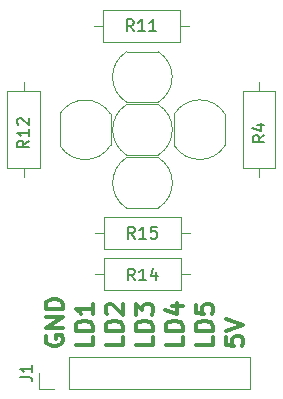
<source format=gbr>
%TF.GenerationSoftware,KiCad,Pcbnew,8.0.0-8.0.0-1~ubuntu20.04.1*%
%TF.CreationDate,2024-03-18T19:09:47+07:00*%
%TF.ProjectId,tugas-akhir-eka-selvi,74756761-732d-4616-9b68-69722d656b61,rev?*%
%TF.SameCoordinates,Original*%
%TF.FileFunction,Legend,Top*%
%TF.FilePolarity,Positive*%
%FSLAX46Y46*%
G04 Gerber Fmt 4.6, Leading zero omitted, Abs format (unit mm)*
G04 Created by KiCad (PCBNEW 8.0.0-8.0.0-1~ubuntu20.04.1) date 2024-03-18 19:09:47*
%MOMM*%
%LPD*%
G01*
G04 APERTURE LIST*
%ADD10C,0.300000*%
%ADD11C,0.150000*%
%ADD12C,0.120000*%
G04 APERTURE END LIST*
D10*
X154540828Y-90531203D02*
X154540828Y-91245489D01*
X154540828Y-91245489D02*
X155255114Y-91316917D01*
X155255114Y-91316917D02*
X155183685Y-91245489D01*
X155183685Y-91245489D02*
X155112257Y-91102632D01*
X155112257Y-91102632D02*
X155112257Y-90745489D01*
X155112257Y-90745489D02*
X155183685Y-90602632D01*
X155183685Y-90602632D02*
X155255114Y-90531203D01*
X155255114Y-90531203D02*
X155397971Y-90459774D01*
X155397971Y-90459774D02*
X155755114Y-90459774D01*
X155755114Y-90459774D02*
X155897971Y-90531203D01*
X155897971Y-90531203D02*
X155969400Y-90602632D01*
X155969400Y-90602632D02*
X156040828Y-90745489D01*
X156040828Y-90745489D02*
X156040828Y-91102632D01*
X156040828Y-91102632D02*
X155969400Y-91245489D01*
X155969400Y-91245489D02*
X155897971Y-91316917D01*
X154540828Y-90031203D02*
X156040828Y-89531203D01*
X156040828Y-89531203D02*
X154540828Y-89031203D01*
X145880828Y-90531203D02*
X145880828Y-91245489D01*
X145880828Y-91245489D02*
X144380828Y-91245489D01*
X145880828Y-90031203D02*
X144380828Y-90031203D01*
X144380828Y-90031203D02*
X144380828Y-89674060D01*
X144380828Y-89674060D02*
X144452257Y-89459774D01*
X144452257Y-89459774D02*
X144595114Y-89316917D01*
X144595114Y-89316917D02*
X144737971Y-89245488D01*
X144737971Y-89245488D02*
X145023685Y-89174060D01*
X145023685Y-89174060D02*
X145237971Y-89174060D01*
X145237971Y-89174060D02*
X145523685Y-89245488D01*
X145523685Y-89245488D02*
X145666542Y-89316917D01*
X145666542Y-89316917D02*
X145809400Y-89459774D01*
X145809400Y-89459774D02*
X145880828Y-89674060D01*
X145880828Y-89674060D02*
X145880828Y-90031203D01*
X144523685Y-88602631D02*
X144452257Y-88531203D01*
X144452257Y-88531203D02*
X144380828Y-88388346D01*
X144380828Y-88388346D02*
X144380828Y-88031203D01*
X144380828Y-88031203D02*
X144452257Y-87888346D01*
X144452257Y-87888346D02*
X144523685Y-87816917D01*
X144523685Y-87816917D02*
X144666542Y-87745488D01*
X144666542Y-87745488D02*
X144809400Y-87745488D01*
X144809400Y-87745488D02*
X145023685Y-87816917D01*
X145023685Y-87816917D02*
X145880828Y-88674060D01*
X145880828Y-88674060D02*
X145880828Y-87745488D01*
X139372257Y-90459774D02*
X139300828Y-90602632D01*
X139300828Y-90602632D02*
X139300828Y-90816917D01*
X139300828Y-90816917D02*
X139372257Y-91031203D01*
X139372257Y-91031203D02*
X139515114Y-91174060D01*
X139515114Y-91174060D02*
X139657971Y-91245489D01*
X139657971Y-91245489D02*
X139943685Y-91316917D01*
X139943685Y-91316917D02*
X140157971Y-91316917D01*
X140157971Y-91316917D02*
X140443685Y-91245489D01*
X140443685Y-91245489D02*
X140586542Y-91174060D01*
X140586542Y-91174060D02*
X140729400Y-91031203D01*
X140729400Y-91031203D02*
X140800828Y-90816917D01*
X140800828Y-90816917D02*
X140800828Y-90674060D01*
X140800828Y-90674060D02*
X140729400Y-90459774D01*
X140729400Y-90459774D02*
X140657971Y-90388346D01*
X140657971Y-90388346D02*
X140157971Y-90388346D01*
X140157971Y-90388346D02*
X140157971Y-90674060D01*
X140800828Y-89745489D02*
X139300828Y-89745489D01*
X139300828Y-89745489D02*
X140800828Y-88888346D01*
X140800828Y-88888346D02*
X139300828Y-88888346D01*
X140800828Y-88174060D02*
X139300828Y-88174060D01*
X139300828Y-88174060D02*
X139300828Y-87816917D01*
X139300828Y-87816917D02*
X139372257Y-87602631D01*
X139372257Y-87602631D02*
X139515114Y-87459774D01*
X139515114Y-87459774D02*
X139657971Y-87388345D01*
X139657971Y-87388345D02*
X139943685Y-87316917D01*
X139943685Y-87316917D02*
X140157971Y-87316917D01*
X140157971Y-87316917D02*
X140443685Y-87388345D01*
X140443685Y-87388345D02*
X140586542Y-87459774D01*
X140586542Y-87459774D02*
X140729400Y-87602631D01*
X140729400Y-87602631D02*
X140800828Y-87816917D01*
X140800828Y-87816917D02*
X140800828Y-88174060D01*
X150960828Y-90531203D02*
X150960828Y-91245489D01*
X150960828Y-91245489D02*
X149460828Y-91245489D01*
X150960828Y-90031203D02*
X149460828Y-90031203D01*
X149460828Y-90031203D02*
X149460828Y-89674060D01*
X149460828Y-89674060D02*
X149532257Y-89459774D01*
X149532257Y-89459774D02*
X149675114Y-89316917D01*
X149675114Y-89316917D02*
X149817971Y-89245488D01*
X149817971Y-89245488D02*
X150103685Y-89174060D01*
X150103685Y-89174060D02*
X150317971Y-89174060D01*
X150317971Y-89174060D02*
X150603685Y-89245488D01*
X150603685Y-89245488D02*
X150746542Y-89316917D01*
X150746542Y-89316917D02*
X150889400Y-89459774D01*
X150889400Y-89459774D02*
X150960828Y-89674060D01*
X150960828Y-89674060D02*
X150960828Y-90031203D01*
X149960828Y-87888346D02*
X150960828Y-87888346D01*
X149389400Y-88245488D02*
X150460828Y-88602631D01*
X150460828Y-88602631D02*
X150460828Y-87674060D01*
X143340828Y-90531203D02*
X143340828Y-91245489D01*
X143340828Y-91245489D02*
X141840828Y-91245489D01*
X143340828Y-90031203D02*
X141840828Y-90031203D01*
X141840828Y-90031203D02*
X141840828Y-89674060D01*
X141840828Y-89674060D02*
X141912257Y-89459774D01*
X141912257Y-89459774D02*
X142055114Y-89316917D01*
X142055114Y-89316917D02*
X142197971Y-89245488D01*
X142197971Y-89245488D02*
X142483685Y-89174060D01*
X142483685Y-89174060D02*
X142697971Y-89174060D01*
X142697971Y-89174060D02*
X142983685Y-89245488D01*
X142983685Y-89245488D02*
X143126542Y-89316917D01*
X143126542Y-89316917D02*
X143269400Y-89459774D01*
X143269400Y-89459774D02*
X143340828Y-89674060D01*
X143340828Y-89674060D02*
X143340828Y-90031203D01*
X143340828Y-87745488D02*
X143340828Y-88602631D01*
X143340828Y-88174060D02*
X141840828Y-88174060D01*
X141840828Y-88174060D02*
X142055114Y-88316917D01*
X142055114Y-88316917D02*
X142197971Y-88459774D01*
X142197971Y-88459774D02*
X142269400Y-88602631D01*
X153500828Y-90531203D02*
X153500828Y-91245489D01*
X153500828Y-91245489D02*
X152000828Y-91245489D01*
X153500828Y-90031203D02*
X152000828Y-90031203D01*
X152000828Y-90031203D02*
X152000828Y-89674060D01*
X152000828Y-89674060D02*
X152072257Y-89459774D01*
X152072257Y-89459774D02*
X152215114Y-89316917D01*
X152215114Y-89316917D02*
X152357971Y-89245488D01*
X152357971Y-89245488D02*
X152643685Y-89174060D01*
X152643685Y-89174060D02*
X152857971Y-89174060D01*
X152857971Y-89174060D02*
X153143685Y-89245488D01*
X153143685Y-89245488D02*
X153286542Y-89316917D01*
X153286542Y-89316917D02*
X153429400Y-89459774D01*
X153429400Y-89459774D02*
X153500828Y-89674060D01*
X153500828Y-89674060D02*
X153500828Y-90031203D01*
X152000828Y-87816917D02*
X152000828Y-88531203D01*
X152000828Y-88531203D02*
X152715114Y-88602631D01*
X152715114Y-88602631D02*
X152643685Y-88531203D01*
X152643685Y-88531203D02*
X152572257Y-88388346D01*
X152572257Y-88388346D02*
X152572257Y-88031203D01*
X152572257Y-88031203D02*
X152643685Y-87888346D01*
X152643685Y-87888346D02*
X152715114Y-87816917D01*
X152715114Y-87816917D02*
X152857971Y-87745488D01*
X152857971Y-87745488D02*
X153215114Y-87745488D01*
X153215114Y-87745488D02*
X153357971Y-87816917D01*
X153357971Y-87816917D02*
X153429400Y-87888346D01*
X153429400Y-87888346D02*
X153500828Y-88031203D01*
X153500828Y-88031203D02*
X153500828Y-88388346D01*
X153500828Y-88388346D02*
X153429400Y-88531203D01*
X153429400Y-88531203D02*
X153357971Y-88602631D01*
X148420828Y-90531203D02*
X148420828Y-91245489D01*
X148420828Y-91245489D02*
X146920828Y-91245489D01*
X148420828Y-90031203D02*
X146920828Y-90031203D01*
X146920828Y-90031203D02*
X146920828Y-89674060D01*
X146920828Y-89674060D02*
X146992257Y-89459774D01*
X146992257Y-89459774D02*
X147135114Y-89316917D01*
X147135114Y-89316917D02*
X147277971Y-89245488D01*
X147277971Y-89245488D02*
X147563685Y-89174060D01*
X147563685Y-89174060D02*
X147777971Y-89174060D01*
X147777971Y-89174060D02*
X148063685Y-89245488D01*
X148063685Y-89245488D02*
X148206542Y-89316917D01*
X148206542Y-89316917D02*
X148349400Y-89459774D01*
X148349400Y-89459774D02*
X148420828Y-89674060D01*
X148420828Y-89674060D02*
X148420828Y-90031203D01*
X146920828Y-88674060D02*
X146920828Y-87745488D01*
X146920828Y-87745488D02*
X147492257Y-88245488D01*
X147492257Y-88245488D02*
X147492257Y-88031203D01*
X147492257Y-88031203D02*
X147563685Y-87888346D01*
X147563685Y-87888346D02*
X147635114Y-87816917D01*
X147635114Y-87816917D02*
X147777971Y-87745488D01*
X147777971Y-87745488D02*
X148135114Y-87745488D01*
X148135114Y-87745488D02*
X148277971Y-87816917D01*
X148277971Y-87816917D02*
X148349400Y-87888346D01*
X148349400Y-87888346D02*
X148420828Y-88031203D01*
X148420828Y-88031203D02*
X148420828Y-88459774D01*
X148420828Y-88459774D02*
X148349400Y-88602631D01*
X148349400Y-88602631D02*
X148277971Y-88674060D01*
D11*
X146854942Y-85751819D02*
X146521609Y-85275628D01*
X146283514Y-85751819D02*
X146283514Y-84751819D01*
X146283514Y-84751819D02*
X146664466Y-84751819D01*
X146664466Y-84751819D02*
X146759704Y-84799438D01*
X146759704Y-84799438D02*
X146807323Y-84847057D01*
X146807323Y-84847057D02*
X146854942Y-84942295D01*
X146854942Y-84942295D02*
X146854942Y-85085152D01*
X146854942Y-85085152D02*
X146807323Y-85180390D01*
X146807323Y-85180390D02*
X146759704Y-85228009D01*
X146759704Y-85228009D02*
X146664466Y-85275628D01*
X146664466Y-85275628D02*
X146283514Y-85275628D01*
X147807323Y-85751819D02*
X147235895Y-85751819D01*
X147521609Y-85751819D02*
X147521609Y-84751819D01*
X147521609Y-84751819D02*
X147426371Y-84894676D01*
X147426371Y-84894676D02*
X147331133Y-84989914D01*
X147331133Y-84989914D02*
X147235895Y-85037533D01*
X148664466Y-85085152D02*
X148664466Y-85751819D01*
X148426371Y-84704200D02*
X148188276Y-85418485D01*
X148188276Y-85418485D02*
X148807323Y-85418485D01*
X146757142Y-64654819D02*
X146423809Y-64178628D01*
X146185714Y-64654819D02*
X146185714Y-63654819D01*
X146185714Y-63654819D02*
X146566666Y-63654819D01*
X146566666Y-63654819D02*
X146661904Y-63702438D01*
X146661904Y-63702438D02*
X146709523Y-63750057D01*
X146709523Y-63750057D02*
X146757142Y-63845295D01*
X146757142Y-63845295D02*
X146757142Y-63988152D01*
X146757142Y-63988152D02*
X146709523Y-64083390D01*
X146709523Y-64083390D02*
X146661904Y-64131009D01*
X146661904Y-64131009D02*
X146566666Y-64178628D01*
X146566666Y-64178628D02*
X146185714Y-64178628D01*
X147709523Y-64654819D02*
X147138095Y-64654819D01*
X147423809Y-64654819D02*
X147423809Y-63654819D01*
X147423809Y-63654819D02*
X147328571Y-63797676D01*
X147328571Y-63797676D02*
X147233333Y-63892914D01*
X147233333Y-63892914D02*
X147138095Y-63940533D01*
X148661904Y-64654819D02*
X148090476Y-64654819D01*
X148376190Y-64654819D02*
X148376190Y-63654819D01*
X148376190Y-63654819D02*
X148280952Y-63797676D01*
X148280952Y-63797676D02*
X148185714Y-63892914D01*
X148185714Y-63892914D02*
X148090476Y-63940533D01*
X137894219Y-73922457D02*
X137418028Y-74255790D01*
X137894219Y-74493885D02*
X136894219Y-74493885D01*
X136894219Y-74493885D02*
X136894219Y-74112933D01*
X136894219Y-74112933D02*
X136941838Y-74017695D01*
X136941838Y-74017695D02*
X136989457Y-73970076D01*
X136989457Y-73970076D02*
X137084695Y-73922457D01*
X137084695Y-73922457D02*
X137227552Y-73922457D01*
X137227552Y-73922457D02*
X137322790Y-73970076D01*
X137322790Y-73970076D02*
X137370409Y-74017695D01*
X137370409Y-74017695D02*
X137418028Y-74112933D01*
X137418028Y-74112933D02*
X137418028Y-74493885D01*
X137894219Y-72970076D02*
X137894219Y-73541504D01*
X137894219Y-73255790D02*
X136894219Y-73255790D01*
X136894219Y-73255790D02*
X137037076Y-73351028D01*
X137037076Y-73351028D02*
X137132314Y-73446266D01*
X137132314Y-73446266D02*
X137179933Y-73541504D01*
X136989457Y-72589123D02*
X136941838Y-72541504D01*
X136941838Y-72541504D02*
X136894219Y-72446266D01*
X136894219Y-72446266D02*
X136894219Y-72208171D01*
X136894219Y-72208171D02*
X136941838Y-72112933D01*
X136941838Y-72112933D02*
X136989457Y-72065314D01*
X136989457Y-72065314D02*
X137084695Y-72017695D01*
X137084695Y-72017695D02*
X137179933Y-72017695D01*
X137179933Y-72017695D02*
X137322790Y-72065314D01*
X137322790Y-72065314D02*
X137894219Y-72636742D01*
X137894219Y-72636742D02*
X137894219Y-72017695D01*
X157831019Y-73446266D02*
X157354828Y-73779599D01*
X157831019Y-74017694D02*
X156831019Y-74017694D01*
X156831019Y-74017694D02*
X156831019Y-73636742D01*
X156831019Y-73636742D02*
X156878638Y-73541504D01*
X156878638Y-73541504D02*
X156926257Y-73493885D01*
X156926257Y-73493885D02*
X157021495Y-73446266D01*
X157021495Y-73446266D02*
X157164352Y-73446266D01*
X157164352Y-73446266D02*
X157259590Y-73493885D01*
X157259590Y-73493885D02*
X157307209Y-73541504D01*
X157307209Y-73541504D02*
X157354828Y-73636742D01*
X157354828Y-73636742D02*
X157354828Y-74017694D01*
X157164352Y-72589123D02*
X157831019Y-72589123D01*
X156783400Y-72827218D02*
X157497685Y-73065313D01*
X157497685Y-73065313D02*
X157497685Y-72446266D01*
X137164819Y-93933333D02*
X137879104Y-93933333D01*
X137879104Y-93933333D02*
X138021961Y-93980952D01*
X138021961Y-93980952D02*
X138117200Y-94076190D01*
X138117200Y-94076190D02*
X138164819Y-94219047D01*
X138164819Y-94219047D02*
X138164819Y-94314285D01*
X138164819Y-92933333D02*
X138164819Y-93504761D01*
X138164819Y-93219047D02*
X137164819Y-93219047D01*
X137164819Y-93219047D02*
X137307676Y-93314285D01*
X137307676Y-93314285D02*
X137402914Y-93409523D01*
X137402914Y-93409523D02*
X137450533Y-93504761D01*
X146854942Y-82217419D02*
X146521609Y-81741228D01*
X146283514Y-82217419D02*
X146283514Y-81217419D01*
X146283514Y-81217419D02*
X146664466Y-81217419D01*
X146664466Y-81217419D02*
X146759704Y-81265038D01*
X146759704Y-81265038D02*
X146807323Y-81312657D01*
X146807323Y-81312657D02*
X146854942Y-81407895D01*
X146854942Y-81407895D02*
X146854942Y-81550752D01*
X146854942Y-81550752D02*
X146807323Y-81645990D01*
X146807323Y-81645990D02*
X146759704Y-81693609D01*
X146759704Y-81693609D02*
X146664466Y-81741228D01*
X146664466Y-81741228D02*
X146283514Y-81741228D01*
X147807323Y-82217419D02*
X147235895Y-82217419D01*
X147521609Y-82217419D02*
X147521609Y-81217419D01*
X147521609Y-81217419D02*
X147426371Y-81360276D01*
X147426371Y-81360276D02*
X147331133Y-81455514D01*
X147331133Y-81455514D02*
X147235895Y-81503133D01*
X148712085Y-81217419D02*
X148235895Y-81217419D01*
X148235895Y-81217419D02*
X148188276Y-81693609D01*
X148188276Y-81693609D02*
X148235895Y-81645990D01*
X148235895Y-81645990D02*
X148331133Y-81598371D01*
X148331133Y-81598371D02*
X148569228Y-81598371D01*
X148569228Y-81598371D02*
X148664466Y-81645990D01*
X148664466Y-81645990D02*
X148712085Y-81693609D01*
X148712085Y-81693609D02*
X148759704Y-81788847D01*
X148759704Y-81788847D02*
X148759704Y-82026942D01*
X148759704Y-82026942D02*
X148712085Y-82122180D01*
X148712085Y-82122180D02*
X148664466Y-82169800D01*
X148664466Y-82169800D02*
X148569228Y-82217419D01*
X148569228Y-82217419D02*
X148331133Y-82217419D01*
X148331133Y-82217419D02*
X148235895Y-82169800D01*
X148235895Y-82169800D02*
X148188276Y-82122180D01*
D12*
%TO.C,R16*%
X148817800Y-70849600D02*
X146167800Y-70849600D01*
X148817800Y-75149600D02*
X146167800Y-75149600D01*
X146167800Y-75149600D02*
G75*
G02*
X146139773Y-70867456I1350000J2150000D01*
G01*
X148817800Y-70849601D02*
G75*
G02*
X148843276Y-75133987I-1300000J-2149999D01*
G01*
%TO.C,R3*%
X146177800Y-66379200D02*
X148827800Y-66379200D01*
X146177800Y-70679200D02*
X148827800Y-70679200D01*
X146177800Y-70679199D02*
G75*
G02*
X146152324Y-66394813I1300000J2149999D01*
G01*
X148827800Y-66379200D02*
G75*
G02*
X148855827Y-70661344I-1350000J-2150000D01*
G01*
%TO.C,R13*%
X140496400Y-74319600D02*
X140496400Y-71669600D01*
X144796400Y-74319600D02*
X144796400Y-71669600D01*
X140496400Y-71669600D02*
G75*
G02*
X144778544Y-71641573I2150000J-1350000D01*
G01*
X144796399Y-74319600D02*
G75*
G02*
X140512013Y-74345076I-2149999J1300000D01*
G01*
%TO.C,R14*%
X143457800Y-85217000D02*
X144227800Y-85217000D01*
X144227800Y-83847000D02*
X144227800Y-86587000D01*
X144227800Y-86587000D02*
X150767800Y-86587000D01*
X150767800Y-83847000D02*
X144227800Y-83847000D01*
X150767800Y-86587000D02*
X150767800Y-83847000D01*
X151537800Y-85217000D02*
X150767800Y-85217000D01*
%TO.C,R5*%
X150199200Y-71679600D02*
X150199200Y-74329600D01*
X154499200Y-71679600D02*
X154499200Y-74329600D01*
X150199201Y-71679600D02*
G75*
G02*
X154483587Y-71654124I2149999J-1300000D01*
G01*
X154499200Y-74329600D02*
G75*
G02*
X150217056Y-74357627I-2150000J1350000D01*
G01*
%TO.C,R11*%
X151440000Y-64200000D02*
X150670000Y-64200000D01*
X150670000Y-65570000D02*
X150670000Y-62830000D01*
X150670000Y-62830000D02*
X144130000Y-62830000D01*
X144130000Y-65570000D02*
X150670000Y-65570000D01*
X144130000Y-62830000D02*
X144130000Y-65570000D01*
X143360000Y-64200000D02*
X144130000Y-64200000D01*
%TO.C,R12*%
X136069400Y-69729600D02*
X136069400Y-76269600D01*
X136069400Y-76269600D02*
X138809400Y-76269600D01*
X137439400Y-68959600D02*
X137439400Y-69729600D01*
X137439400Y-77039600D02*
X137439400Y-76269600D01*
X138809400Y-69729600D02*
X136069400Y-69729600D01*
X138809400Y-76269600D02*
X138809400Y-69729600D01*
%TO.C,R4*%
X156006200Y-69729600D02*
X156006200Y-76269600D01*
X156006200Y-76269600D02*
X158746200Y-76269600D01*
X157376200Y-68959600D02*
X157376200Y-69729600D01*
X157376200Y-77039600D02*
X157376200Y-76269600D01*
X158746200Y-69729600D02*
X156006200Y-69729600D01*
X158746200Y-76269600D02*
X158746200Y-69729600D01*
%TO.C,R17*%
X148817800Y-75345400D02*
X146167800Y-75345400D01*
X148817800Y-79645400D02*
X146167800Y-79645400D01*
X146167800Y-79645400D02*
G75*
G02*
X146139773Y-75363256I1350000J2150000D01*
G01*
X148817800Y-75345401D02*
G75*
G02*
X148843276Y-79629787I-1300000J-2149999D01*
G01*
%TO.C,J1*%
X138710000Y-94930000D02*
X138710000Y-93600000D01*
X140040000Y-94930000D02*
X138710000Y-94930000D01*
X141310000Y-92270000D02*
X156610000Y-92270000D01*
X141310000Y-94930000D02*
X141310000Y-92270000D01*
X141310000Y-94930000D02*
X156610000Y-94930000D01*
X156610000Y-94930000D02*
X156610000Y-92270000D01*
%TO.C,R15*%
X143457800Y-81762600D02*
X144227800Y-81762600D01*
X144227800Y-80392600D02*
X144227800Y-83132600D01*
X144227800Y-83132600D02*
X150767800Y-83132600D01*
X150767800Y-80392600D02*
X144227800Y-80392600D01*
X150767800Y-83132600D02*
X150767800Y-80392600D01*
X151537800Y-81762600D02*
X150767800Y-81762600D01*
%TD*%
M02*

</source>
